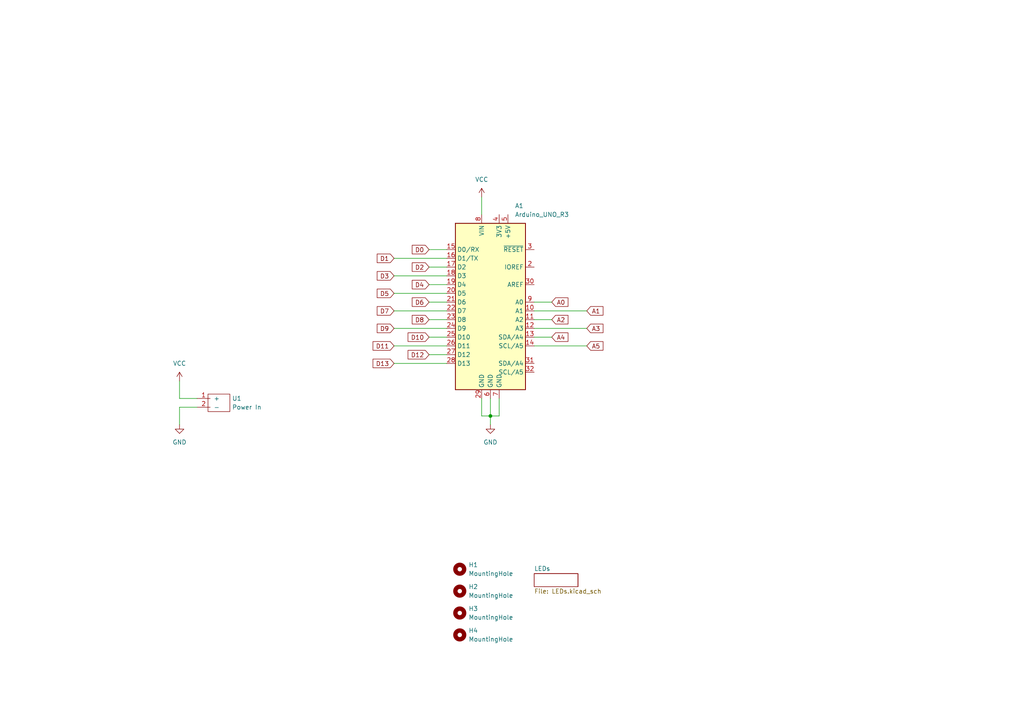
<source format=kicad_sch>
(kicad_sch (version 20211123) (generator eeschema)
  (paper "A4")
  (lib_symbols
    (symbol "MCU_Module:Arduino_UNO_R3"
      (property "Reference" "A" (at -10.16 23.495 0))
      (property "Value" "Arduino_UNO_R3" (at 5.08 -26.67 0))
      (symbol "Arduino_UNO_R3_0_1"
        (rectangle (start -10.16 22.86) (end 10.16 -25.4) (stroke (width 0.254)) (fill (type background)))
      )
      (symbol "Arduino_UNO_R3_1_1"
        (pin no_connect line (at -10.16 -20.32 0) (length 2.54) hide (name "NC") (number "1"))
        (pin bidirectional line (at 12.7 -2.54 180) (length 2.54) (name "A1") (number "10"))
        (pin bidirectional line (at 12.7 -5.08 180) (length 2.54) (name "A2") (number "11"))
        (pin bidirectional line (at 12.7 -7.62 180) (length 2.54) (name "A3") (number "12"))
        (pin bidirectional line (at 12.7 -10.16 180) (length 2.54) (name "SDA/A4") (number "13"))
        (pin bidirectional line (at 12.7 -12.7 180) (length 2.54) (name "SCL/A5") (number "14"))
        (pin bidirectional line (at -12.7 15.24 0) (length 2.54) (name "D0/RX") (number "15"))
        (pin bidirectional line (at -12.7 12.7 0) (length 2.54) (name "D1/TX") (number "16"))
        (pin bidirectional line (at -12.7 10.16 0) (length 2.54) (name "D2") (number "17"))
        (pin bidirectional line (at -12.7 7.62 0) (length 2.54) (name "D3") (number "18"))
        (pin bidirectional line (at -12.7 5.08 0) (length 2.54) (name "D4") (number "19"))
        (pin output line (at 12.7 10.16 180) (length 2.54) (name "IOREF") (number "2"))
        (pin bidirectional line (at -12.7 2.54 0) (length 2.54) (name "D5") (number "20"))
        (pin bidirectional line (at -12.7 0 0) (length 2.54) (name "D6") (number "21"))
        (pin bidirectional line (at -12.7 -2.54 0) (length 2.54) (name "D7") (number "22"))
        (pin bidirectional line (at -12.7 -5.08 0) (length 2.54) (name "D8") (number "23"))
        (pin bidirectional line (at -12.7 -7.62 0) (length 2.54) (name "D9") (number "24"))
        (pin bidirectional line (at -12.7 -10.16 0) (length 2.54) (name "D10") (number "25"))
        (pin bidirectional line (at -12.7 -12.7 0) (length 2.54) (name "D11") (number "26"))
        (pin bidirectional line (at -12.7 -15.24 0) (length 2.54) (name "D12") (number "27"))
        (pin bidirectional line (at -12.7 -17.78 0) (length 2.54) (name "D13") (number "28"))
        (pin power_in line (at -2.54 -27.94 90) (length 2.54) (name "GND") (number "29"))
        (pin input line (at 12.7 15.24 180) (length 2.54) (name "~{RESET}") (number "3"))
        (pin input line (at 12.7 5.08 180) (length 2.54) (name "AREF") (number "30"))
        (pin bidirectional line (at 12.7 -17.78 180) (length 2.54) (name "SDA/A4") (number "31"))
        (pin bidirectional line (at 12.7 -20.32 180) (length 2.54) (name "SCL/A5") (number "32"))
        (pin power_out line (at 2.54 25.4 270) (length 2.54) (name "3V3") (number "4"))
        (pin power_out line (at 5.08 25.4 270) (length 2.54) (name "+5V") (number "5"))
        (pin power_in line (at 0 -27.94 90) (length 2.54) (name "GND") (number "6"))
        (pin power_in line (at 2.54 -27.94 90) (length 2.54) (name "GND") (number "7"))
        (pin power_in line (at -2.54 25.4 270) (length 2.54) (name "VIN") (number "8"))
        (pin bidirectional line (at 12.7 0 180) (length 2.54) (name "A0") (number "9"))
      )
    )
    (symbol "Mechanical:MountingHole" (pin_names (offset 1.016))
      (property "Reference" "H" (at 0 5.08 0))
      (property "Value" "MountingHole" (at 0 3.175 0))
      (symbol "MountingHole_0_1"
        (circle (center 0 0) (radius 1.27) (stroke (width 1.27)))
      )
    )
    (symbol "My_Parts:2-pole_power_in_screw_terminal" (pin_names (offset 1.016))
      (property "Reference" "U" (at 4.445 3.175 0))
      (property "Value" "2-pole_power_in_screw_terminal" (at 6.35 -5.715 0))
      (symbol "2-pole_power_in_screw_terminal_0_1"
        (rectangle (start 3.175 1.27) (end 9.525 -3.81))
      )
      (symbol "2-pole_power_in_screw_terminal_1_1"
        (pin power_in line (at 0 0 0) (length 3.81) (name "+") (number "1"))
        (pin power_in line (at 0 -2.54 0) (length 3.81) (name "-") (number "2"))
      )
    )
    (symbol "power:GND" (power) (pin_names (offset 0))
      (property "Value" "GND" (at 0 -3.81 0))
      (symbol "GND_0_1"
        (polyline (pts (xy 0 0) (xy 0 -1.27) (xy 1.27 -1.27) (xy 0 -2.54) (xy -1.27 -1.27) (xy 0 -1.27)))
      )
      (symbol "GND_1_1"
        (pin power_in line (at 0 0 270) (length 0) hide (name "GND") (number "1"))
      )
    )
    (symbol "power:VCC" (power) (pin_names (offset 0))
      (property "Value" "VCC" (at 0 3.81 0))
      (symbol "VCC_0_1"
        (polyline (pts (xy -0.762 1.27) (xy 0 2.54)))
        (polyline (pts (xy 0 0) (xy 0 2.54)))
        (polyline (pts (xy 0 2.54) (xy 0.762 1.27)))
      )
      (symbol "VCC_1_1"
        (pin power_in line (at 0 0 90) (length 0) hide (name "VCC") (number "1"))
      )
    )
  )
  (junction (at 142.24 120.65))
  (wire (pts (xy 139.7 57.15) (xy 139.7 62.23)))
  (wire (pts (xy 52.07 118.11) (xy 52.07 123.19)))
  (wire (pts (xy 52.07 115.57) (xy 52.07 110.49)))
  (wire (pts (xy 154.94 97.79) (xy 160.02 97.79)))
  (wire (pts (xy 114.3 100.33) (xy 129.54 100.33)))
  (wire (pts (xy 142.24 120.65) (xy 142.24 123.19)))
  (wire (pts (xy 124.46 77.47) (xy 129.54 77.47)))
  (wire (pts (xy 114.3 74.93) (xy 129.54 74.93)))
  (wire (pts (xy 114.3 95.25) (xy 129.54 95.25)))
  (wire (pts (xy 57.15 115.57) (xy 52.07 115.57)))
  (wire (pts (xy 124.46 102.87) (xy 129.54 102.87)))
  (wire (pts (xy 124.46 92.71) (xy 129.54 92.71)))
  (wire (pts (xy 154.94 92.71) (xy 160.02 92.71)))
  (wire (pts (xy 114.3 105.41) (xy 129.54 105.41)))
  (wire (pts (xy 139.7 120.65) (xy 139.7 115.57)))
  (wire (pts (xy 154.94 87.63) (xy 160.02 87.63)))
  (wire (pts (xy 154.94 90.17) (xy 170.18 90.17)))
  (wire (pts (xy 124.46 72.39) (xy 129.54 72.39)))
  (wire (pts (xy 144.78 120.65) (xy 142.24 120.65)))
  (wire (pts (xy 124.46 97.79) (xy 129.54 97.79)))
  (wire (pts (xy 124.46 82.55) (xy 129.54 82.55)))
  (wire (pts (xy 114.3 85.09) (xy 129.54 85.09)))
  (wire (pts (xy 114.3 90.17) (xy 129.54 90.17)))
  (wire (pts (xy 154.94 95.25) (xy 170.18 95.25)))
  (wire (pts (xy 154.94 100.33) (xy 170.18 100.33)))
  (wire (pts (xy 124.46 87.63) (xy 129.54 87.63)))
  (wire (pts (xy 144.78 115.57) (xy 144.78 120.65)))
  (wire (pts (xy 142.24 120.65) (xy 139.7 120.65)))
  (wire (pts (xy 142.24 115.57) (xy 142.24 120.65)))
  (wire (pts (xy 57.15 118.11) (xy 52.07 118.11)))
  (wire (pts (xy 114.3 80.01) (xy 129.54 80.01)))
  (global_label "D12" (shape input) (at 124.46 102.87 180) (property "Intersheet References" "${INTERSHEET_REFS}" (effects hide)))
  (global_label "D6" (shape input) (at 124.46 87.63 180) (property "Intersheet References" "${INTERSHEET_REFS}" (effects hide)))
  (global_label "D11" (shape input) (at 114.3 100.33 180) (property "Intersheet References" "${INTERSHEET_REFS}" (effects hide)))
  (global_label "A0" (shape input) (at 160.02 87.63 0) (property "Intersheet References" "${INTERSHEET_REFS}" (effects hide)))
  (global_label "D3" (shape input) (at 114.3 80.01 180) (property "Intersheet References" "${INTERSHEET_REFS}" (effects hide)))
  (global_label "D9" (shape input) (at 114.3 95.25 180) (property "Intersheet References" "${INTERSHEET_REFS}" (effects hide)))
  (global_label "D5" (shape input) (at 114.3 85.09 180) (property "Intersheet References" "${INTERSHEET_REFS}" (effects hide)))
  (global_label "A1" (shape input) (at 170.18 90.17 0) (property "Intersheet References" "${INTERSHEET_REFS}" (effects hide)))
  (global_label "D13" (shape input) (at 114.3 105.41 180) (property "Intersheet References" "${INTERSHEET_REFS}" (effects hide)))
  (global_label "D10" (shape input) (at 124.46 97.79 180) (property "Intersheet References" "${INTERSHEET_REFS}" (effects hide)))
  (global_label "D0" (shape input) (at 124.46 72.39 180) (property "Intersheet References" "${INTERSHEET_REFS}" (effects hide)))
  (global_label "D4" (shape input) (at 124.46 82.55 180) (property "Intersheet References" "${INTERSHEET_REFS}" (effects hide)))
  (global_label "D1" (shape input) (at 114.3 74.93 180) (property "Intersheet References" "${INTERSHEET_REFS}" (effects hide)))
  (global_label "D7" (shape input) (at 114.3 90.17 180) (property "Intersheet References" "${INTERSHEET_REFS}" (effects hide)))
  (global_label "D8" (shape input) (at 124.46 92.71 180) (property "Intersheet References" "${INTERSHEET_REFS}" (effects hide)))
  (global_label "A3" (shape input) (at 170.18 95.25 0) (property "Intersheet References" "${INTERSHEET_REFS}" (effects hide)))
  (global_label "A4" (shape input) (at 160.02 97.79 0) (property "Intersheet References" "${INTERSHEET_REFS}" (effects hide)))
  (global_label "D2" (shape input) (at 124.46 77.47 180) (property "Intersheet References" "${INTERSHEET_REFS}" (effects hide)))
  (global_label "A2" (shape input) (at 160.02 92.71 0) (property "Intersheet References" "${INTERSHEET_REFS}" (effects hide)))
  (global_label "A5" (shape input) (at 170.18 100.33 0) (property "Intersheet References" "${INTERSHEET_REFS}" (effects hide)))
  (symbol (lib_id "Mechanical:MountingHole") (at 133.35 184.15 0) (unit 1)
    (property "Reference" "H4" (at 135.89 182.8799 0) (effects (justify left)))
    (property "Value" "MountingHole" (at 135.89 185.4199 0) (effects (justify left)))
    (property "Footprint" "MountingHole:MountingHole_3.2mm_M3" (effects hide))
  )
  (symbol (lib_id "Mechanical:MountingHole") (at 133.35 165.1 0) (unit 1)
    (property "Reference" "H1" (at 135.89 163.8299 0) (effects (justify left)))
    (property "Value" "MountingHole" (at 135.89 166.3699 0) (effects (justify left)))
    (property "Footprint" "MountingHole:MountingHole_3.2mm_M3" (effects hide))
  )
  (symbol (lib_id "Mechanical:MountingHole") (at 133.35 177.8 0) (unit 1)
    (property "Reference" "H3" (at 135.89 176.5299 0) (effects (justify left)))
    (property "Value" "MountingHole" (at 135.89 179.0699 0) (effects (justify left)))
    (property "Footprint" "MountingHole:MountingHole_3.2mm_M3" (effects hide))
  )
  (symbol (lib_id "MCU_Module:Arduino_UNO_R3") (at 142.24 87.63 0) (unit 1)
    (property "Reference" "A1" (at 149.3394 59.69 0) (effects (justify left)))
    (property "Value" "Arduino_UNO_R3" (at 149.3394 62.23 0) (effects (justify left)))
    (property "Footprint" "My_Arduino:Arduino_UNO_R3_shield_large" (effects hide))
    (property "Datasheet" "https://www.arduino.cc/en/Main/arduinoBoardUno" (effects hide))
  )
  (symbol (lib_id "power:VCC") (at 52.07 110.49 0) (unit 1)
    (property "Reference" "#PWR05" (effects hide))
    (property "Value" "VCC" (at 52.07 105.41 0))
  )
  (symbol (lib_id "Mechanical:MountingHole") (at 133.35 171.45 0) (unit 1)
    (property "Reference" "H2" (at 135.89 170.1799 0) (effects (justify left)))
    (property "Value" "MountingHole" (at 135.89 172.7199 0) (effects (justify left)))
    (property "Footprint" "MountingHole:MountingHole_3.2mm_M3" (effects hide))
  )
  (symbol (lib_id "power:GND") (at 52.07 123.19 0) (unit 1)
    (property "Reference" "#PWR06" (effects hide))
    (property "Value" "GND" (at 52.07 128.27 0))
  )
  (symbol (lib_id "power:GND") (at 142.24 123.19 0) (unit 1)
    (property "Reference" "#PWR03" (effects hide))
    (property "Value" "GND" (at 142.24 128.27 0))
  )
  (symbol (lib_id "power:VCC") (at 139.7 57.15 0) (unit 1)
    (property "Reference" "#PWR01" (effects hide))
    (property "Value" "VCC" (at 139.7 52.07 0))
  )
  (symbol (lib_id "My_Parts:2-pole_power_in_screw_terminal") (at 57.15 115.57 0) (unit 1)
    (property "Reference" "U1" (at 67.31 115.5699 0) (effects (justify left)))
    (property "Value" "Power In" (at 67.31 118.1099 0) (effects (justify left)))
    (property "Footprint" "My_Parts:2-pole_power_in_screw_terminal" (effects hide))
  )
  (sheet (at 154.94 166.37) (size 12.7 3.81) (stroke (width 0.1524))
    (property "Sheet name" "LEDs" (at 154.94 165.6584 0) (effects (justify left bottom)))
    (property "Sheet file" "LEDs.kicad_sch" (at 154.94 170.7646 0) (effects (justify left top)))
  )
)
</source>
